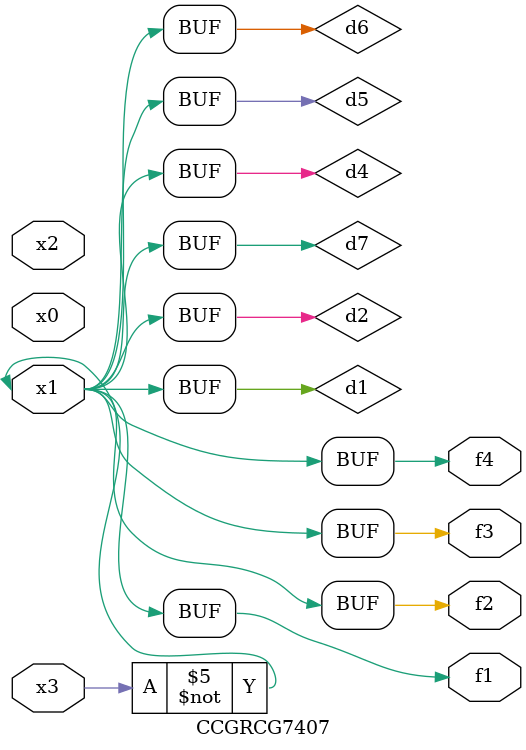
<source format=v>
module CCGRCG7407(
	input x0, x1, x2, x3,
	output f1, f2, f3, f4
);

	wire d1, d2, d3, d4, d5, d6, d7;

	not (d1, x3);
	buf (d2, x1);
	xnor (d3, d1, d2);
	nor (d4, d1);
	buf (d5, d1, d2);
	buf (d6, d4, d5);
	nand (d7, d4);
	assign f1 = d6;
	assign f2 = d7;
	assign f3 = d6;
	assign f4 = d6;
endmodule

</source>
